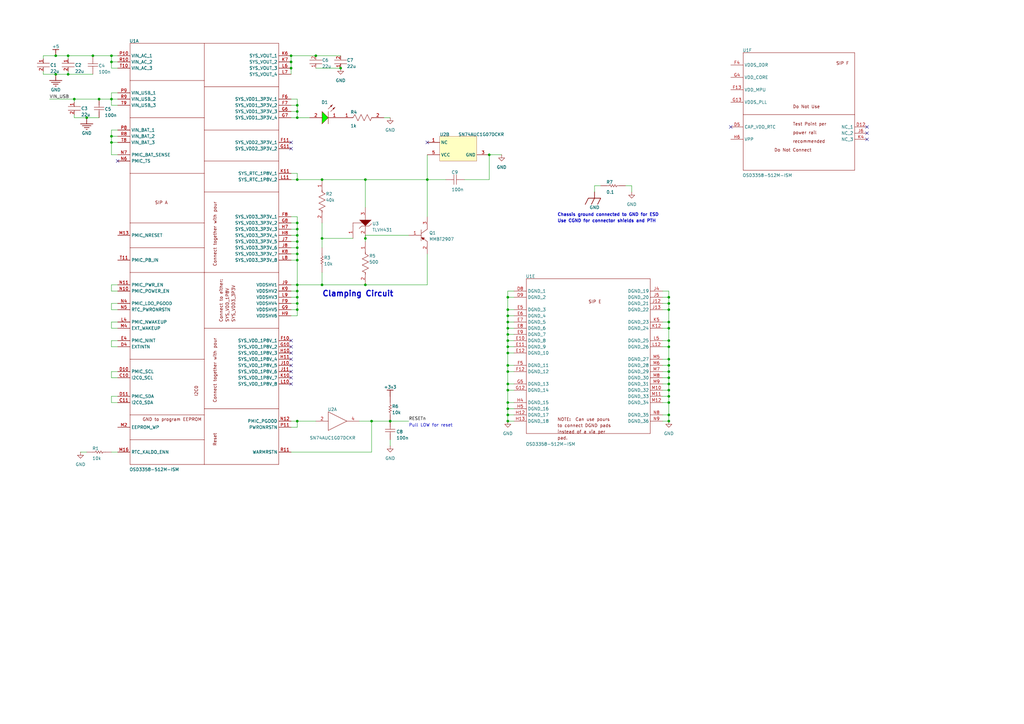
<source format=kicad_sch>
(kicad_sch (version 20231120) (generator "eeschema") (generator_version "8.0")
  (paper "A3")
  (junction (at 45.72 55.88))
  (junction (at 121.92 48.26))
  (junction (at 121.92 91.44))
  (junction (at 22.86 22.86))
  (junction (at 119.38 22.86))
  (junction (at 22.86 30.48))
  (junction (at 208.28 142.24))
  (junction (at 208.28 172.72))
  (junction (at 121.92 101.6))
  (junction (at 274.32 157.48))
  (junction (at 274.32 134.62))
  (junction (at 208.28 139.7))
  (junction (at 132.08 73.66))
  (junction (at 121.92 116.84))
  (junction (at 119.38 27.94))
  (junction (at 121.92 106.68))
  (junction (at 208.28 121.92))
  (junction (at 152.4 172.72))
  (junction (at 45.72 22.86))
  (junction (at 121.92 119.38))
  (junction (at 274.32 149.86))
  (junction (at 208.28 132.08))
  (junction (at 45.72 58.42))
  (junction (at 175.26 73.66))
  (junction (at 208.28 144.78))
  (junction (at 208.28 157.48))
  (junction (at 274.32 165.1))
  (junction (at 274.32 147.32))
  (junction (at 208.28 170.18))
  (junction (at 121.92 121.92))
  (junction (at 119.38 25.4))
  (junction (at 208.28 167.64))
  (junction (at 132.08 116.84))
  (junction (at 274.32 170.18))
  (junction (at 121.92 96.52))
  (junction (at 30.48 40.64))
  (junction (at 274.32 162.56))
  (junction (at 208.28 129.54))
  (junction (at 274.32 172.72))
  (junction (at 274.32 132.08))
  (junction (at 45.72 25.4))
  (junction (at 149.86 73.66))
  (junction (at 121.92 99.06))
  (junction (at 129.54 22.86))
  (junction (at 40.64 40.64))
  (junction (at 208.28 165.1))
  (junction (at 208.28 127))
  (junction (at 121.92 172.72))
  (junction (at 27.94 22.86))
  (junction (at 200.66 63.5))
  (junction (at 35.56 48.26))
  (junction (at 274.32 139.7))
  (junction (at 274.32 142.24))
  (junction (at 208.28 160.02))
  (junction (at 38.1 22.86))
  (junction (at 274.32 124.46))
  (junction (at 208.28 137.16))
  (junction (at 274.32 160.02))
  (junction (at 160.02 172.72))
  (junction (at 121.92 45.72))
  (junction (at 208.28 152.4))
  (junction (at 132.08 97.79))
  (junction (at 121.92 73.66))
  (junction (at 149.86 116.84))
  (junction (at 139.7 27.94))
  (junction (at 27.94 30.48))
  (junction (at 208.28 134.62))
  (junction (at 208.28 149.86))
  (junction (at 274.32 152.4))
  (junction (at 121.92 127))
  (junction (at 274.32 121.92))
  (junction (at 45.72 40.64))
  (junction (at 274.32 154.94))
  (junction (at 121.92 124.46))
  (junction (at 149.86 97.79))
  (junction (at 121.92 43.18))
  (junction (at 274.32 127))
  (junction (at 121.92 104.14))
  (junction (at 121.92 93.98))
  (no_connect (at 355.6 57.15))
  (no_connect (at 299.72 52.07))
  (no_connect (at 119.38 152.4))
  (no_connect (at 48.26 66.04))
  (no_connect (at 355.6 52.07))
  (no_connect (at 119.38 142.24))
  (no_connect (at 119.38 149.86))
  (no_connect (at 119.38 154.94))
  (no_connect (at 119.38 147.32))
  (no_connect (at 119.38 139.7))
  (no_connect (at 119.38 58.42))
  (no_connect (at 175.26 58.42))
  (no_connect (at 119.38 60.96))
  (no_connect (at 119.38 144.78))
  (no_connect (at 119.38 157.48))
  (no_connect (at 355.6 54.61))
  (wire (pts (xy 121.92 91.44) (xy 119.38 91.44)))
  (wire (pts (xy 208.28 132.08) (xy 210.82 132.08)))
  (wire (pts (xy 149.86 85.09) (xy 149.86 73.66)))
  (wire (pts (xy 274.32 152.4) (xy 274.32 149.86)))
  (wire (pts (xy 274.32 134.62) (xy 274.32 132.08)))
  (wire (pts (xy 119.38 172.72) (xy 121.92 172.72)))
  (wire (pts (xy 45.72 132.08) (xy 45.72 134.62)))
  (wire (pts (xy 274.32 124.46) (xy 271.78 124.46)))
  (wire (pts (xy 208.28 142.24) (xy 210.82 142.24)))
  (wire (pts (xy 119.38 25.4) (xy 119.38 22.86)))
  (wire (pts (xy 121.92 45.72) (xy 121.92 48.26)))
  (wire (pts (xy 208.28 144.78) (xy 210.82 144.78)))
  (wire (pts (xy 121.92 116.84) (xy 121.92 119.38)))
  (wire (pts (xy 147.32 172.72) (xy 152.4 172.72)))
  (wire (pts (xy 132.08 97.79) (xy 132.08 101.6)))
  (wire (pts (xy 45.72 43.18) (xy 48.26 43.18)))
  (wire (pts (xy 274.32 139.7) (xy 274.32 134.62)))
  (wire (pts (xy 121.92 48.26) (xy 127 48.26)))
  (wire (pts (xy 274.32 162.56) (xy 274.32 160.02)))
  (wire (pts (xy 160.02 180.34) (xy 160.02 182.88)))
  (wire (pts (xy 48.26 185.42) (xy 45.72 185.42)))
  (wire (pts (xy 274.32 152.4) (xy 271.78 152.4)))
  (wire (pts (xy 208.28 170.18) (xy 210.82 170.18)))
  (wire (pts (xy 243.84 78.74) (xy 243.84 76.2)))
  (wire (pts (xy 208.28 149.86) (xy 208.28 152.4)))
  (wire (pts (xy 121.92 127) (xy 121.92 129.54)))
  (wire (pts (xy 208.28 137.16) (xy 208.28 139.7)))
  (wire (pts (xy 121.92 43.18) (xy 119.38 43.18)))
  (wire (pts (xy 208.28 152.4) (xy 210.82 152.4)))
  (wire (pts (xy 274.32 121.92) (xy 271.78 121.92)))
  (wire (pts (xy 119.38 71.12) (xy 121.92 71.12)))
  (wire (pts (xy 48.26 139.7) (xy 45.72 139.7)))
  (wire (pts (xy 243.84 76.2) (xy 246.38 76.2)))
  (wire (pts (xy 175.26 116.84) (xy 175.26 104.14)))
  (wire (pts (xy 45.72 53.34) (xy 45.72 55.88)))
  (wire (pts (xy 274.32 142.24) (xy 271.78 142.24)))
  (wire (pts (xy 208.28 134.62) (xy 208.28 137.16)))
  (wire (pts (xy 121.92 91.44) (xy 121.92 93.98)))
  (wire (pts (xy 121.92 175.26) (xy 119.38 175.26)))
  (wire (pts (xy 45.72 22.86) (xy 48.26 22.86)))
  (wire (pts (xy 35.56 48.26) (xy 40.64 48.26)))
  (wire (pts (xy 121.92 88.9) (xy 121.92 91.44)))
  (wire (pts (xy 45.72 63.5) (xy 48.26 63.5)))
  (wire (pts (xy 157.48 48.26) (xy 160.02 48.26)))
  (wire (pts (xy 259.08 78.74) (xy 259.08 76.2)))
  (wire (pts (xy 132.08 116.84) (xy 132.08 111.76)))
  (wire (pts (xy 121.92 116.84) (xy 119.38 116.84)))
  (wire (pts (xy 208.28 121.92) (xy 210.82 121.92)))
  (wire (pts (xy 274.32 132.08) (xy 271.78 132.08)))
  (wire (pts (xy 119.38 88.9) (xy 121.92 88.9)))
  (wire (pts (xy 149.86 73.66) (xy 132.08 73.66)))
  (wire (pts (xy 45.72 58.42) (xy 45.72 63.5)))
  (wire (pts (xy 208.28 129.54) (xy 210.82 129.54)))
  (wire (pts (xy 121.92 119.38) (xy 121.92 121.92)))
  (wire (pts (xy 27.94 22.86) (xy 38.1 22.86)))
  (wire (pts (xy 121.92 93.98) (xy 119.38 93.98)))
  (wire (pts (xy 208.28 149.86) (xy 210.82 149.86)))
  (wire (pts (xy 274.32 149.86) (xy 274.32 147.32)))
  (wire (pts (xy 208.28 144.78) (xy 208.28 149.86)))
  (wire (pts (xy 121.92 104.14) (xy 121.92 106.68)))
  (wire (pts (xy 274.32 160.02) (xy 274.32 157.48)))
  (wire (pts (xy 45.72 25.4) (xy 45.72 22.86)))
  (wire (pts (xy 40.64 40.64) (xy 45.72 40.64)))
  (wire (pts (xy 274.32 139.7) (xy 271.78 139.7)))
  (wire (pts (xy 121.92 106.68) (xy 119.38 106.68)))
  (wire (pts (xy 121.92 121.92) (xy 121.92 124.46)))
  (wire (pts (xy 121.92 121.92) (xy 119.38 121.92)))
  (wire (pts (xy 149.86 116.84) (xy 132.08 116.84)))
  (wire (pts (xy 208.28 139.7) (xy 210.82 139.7)))
  (wire (pts (xy 119.38 22.86) (xy 129.54 22.86)))
  (wire (pts (xy 121.92 99.06) (xy 119.38 99.06)))
  (wire (pts (xy 274.32 121.92) (xy 274.32 119.38)))
  (wire (pts (xy 175.26 88.9) (xy 175.26 73.66)))
  (wire (pts (xy 208.28 121.92) (xy 208.28 127)))
  (wire (pts (xy 160.02 172.72) (xy 167.64 172.72)))
  (wire (pts (xy 274.32 142.24) (xy 274.32 139.7)))
  (wire (pts (xy 208.28 142.24) (xy 208.28 144.78)))
  (wire (pts (xy 190.5 73.66) (xy 200.66 73.66)))
  (wire (pts (xy 45.72 55.88) (xy 48.26 55.88)))
  (wire (pts (xy 208.28 160.02) (xy 210.82 160.02)))
  (wire (pts (xy 45.72 116.84) (xy 45.72 119.38)))
  (wire (pts (xy 182.88 73.66) (xy 175.26 73.66)))
  (wire (pts (xy 274.32 157.48) (xy 274.32 154.94)))
  (wire (pts (xy 121.92 104.14) (xy 119.38 104.14)))
  (wire (pts (xy 38.1 30.48) (xy 27.94 30.48)))
  (wire (pts (xy 121.92 40.64) (xy 121.92 43.18)))
  (wire (pts (xy 208.28 170.18) (xy 208.28 172.72)))
  (wire (pts (xy 208.28 167.64) (xy 210.82 167.64)))
  (wire (pts (xy 208.28 134.62) (xy 210.82 134.62)))
  (wire (pts (xy 17.78 30.48) (xy 17.78 29.21)))
  (wire (pts (xy 30.48 41.91) (xy 30.48 40.64)))
  (wire (pts (xy 121.92 71.12) (xy 121.92 73.66)))
  (wire (pts (xy 274.32 172.72) (xy 274.32 170.18)))
  (wire (pts (xy 48.26 124.46) (xy 45.72 124.46)))
  (wire (pts (xy 48.26 132.08) (xy 45.72 132.08)))
  (wire (pts (xy 274.32 127) (xy 271.78 127)))
  (wire (pts (xy 45.72 38.1) (xy 48.26 38.1)))
  (wire (pts (xy 121.92 96.52) (xy 119.38 96.52)))
  (wire (pts (xy 121.92 106.68) (xy 121.92 116.84)))
  (wire (pts (xy 35.56 185.42) (xy 33.02 185.42)))
  (wire (pts (xy 167.64 96.52) (xy 149.86 96.52)))
  (wire (pts (xy 30.48 40.64) (xy 40.64 40.64)))
  (wire (pts (xy 274.32 149.86) (xy 271.78 149.86)))
  (wire (pts (xy 129.54 27.94) (xy 139.7 27.94)))
  (wire (pts (xy 121.92 93.98) (xy 121.92 96.52)))
  (wire (pts (xy 208.28 157.48) (xy 210.82 157.48)))
  (wire (pts (xy 274.32 165.1) (xy 271.78 165.1)))
  (wire (pts (xy 121.92 124.46) (xy 119.38 124.46)))
  (wire (pts (xy 274.32 134.62) (xy 271.78 134.62)))
  (wire (pts (xy 175.26 73.66) (xy 149.86 73.66)))
  (wire (pts (xy 22.86 22.86) (xy 27.94 22.86)))
  (wire (pts (xy 274.32 160.02) (xy 271.78 160.02)))
  (wire (pts (xy 149.86 116.84) (xy 175.26 116.84)))
  (wire (pts (xy 121.92 73.66) (xy 119.38 73.66)))
  (wire (pts (xy 208.28 165.1) (xy 210.82 165.1)))
  (wire (pts (xy 274.32 124.46) (xy 274.32 121.92)))
  (wire (pts (xy 208.28 160.02) (xy 208.28 165.1)))
  (wire (pts (xy 48.26 116.84) (xy 45.72 116.84)))
  (wire (pts (xy 210.82 119.38) (xy 208.28 119.38)))
  (wire (pts (xy 208.28 152.4) (xy 208.28 157.48)))
  (wire (pts (xy 45.72 134.62) (xy 48.26 134.62)))
  (wire (pts (xy 17.78 24.13) (xy 17.78 22.86)))
  (wire (pts (xy 121.92 43.18) (xy 121.92 45.72)))
  (wire (pts (xy 30.48 48.26) (xy 35.56 48.26)))
  (wire (pts (xy 48.26 53.34) (xy 45.72 53.34)))
  (wire (pts (xy 121.92 129.54) (xy 119.38 129.54)))
  (wire (pts (xy 121.92 73.66) (xy 132.08 73.66)))
  (wire (pts (xy 208.28 127) (xy 208.28 129.54)))
  (wire (pts (xy 208.28 157.48) (xy 208.28 160.02)))
  (wire (pts (xy 274.32 157.48) (xy 271.78 157.48)))
  (wire (pts (xy 45.72 55.88) (xy 45.72 58.42)))
  (wire (pts (xy 45.72 40.64) (xy 45.72 43.18)))
  (wire (pts (xy 149.86 97.79) (xy 149.86 99.06)))
  (wire (pts (xy 45.72 25.4) (xy 45.72 27.94)))
  (wire (pts (xy 121.92 172.72) (xy 129.54 172.72)))
  (wire (pts (xy 27.94 30.48) (xy 27.94 29.21)))
  (wire (pts (xy 121.92 45.72) (xy 119.38 45.72)))
  (wire (pts (xy 17.78 30.48) (xy 22.86 30.48)))
  (wire (pts (xy 132.08 91.44) (xy 132.08 97.79)))
  (wire (pts (xy 274.32 165.1) (xy 274.32 162.56)))
  (wire (pts (xy 132.08 116.84) (xy 121.92 116.84)))
  (wire (pts (xy 45.72 139.7) (xy 45.72 142.24)))
  (wire (pts (xy 45.72 154.94) (xy 48.26 154.94)))
  (wire (pts (xy 45.72 27.94) (xy 48.26 27.94)))
  (wire (pts (xy 119.38 27.94) (xy 119.38 25.4)))
  (wire (pts (xy 45.72 165.1) (xy 48.26 165.1)))
  (wire (pts (xy 30.48 46.99) (xy 30.48 48.26)))
  (wire (pts (xy 259.08 76.2) (xy 256.54 76.2)))
  (wire (pts (xy 45.72 124.46) (xy 45.72 127)))
  (wire (pts (xy 45.72 40.64) (xy 48.26 40.64)))
  (wire (pts (xy 45.72 162.56) (xy 45.72 165.1)))
  (wire (pts (xy 274.32 172.72) (xy 271.78 172.72)))
  (wire (pts (xy 48.26 152.4) (xy 45.72 152.4)))
  (wire (pts (xy 208.28 139.7) (xy 208.28 142.24)))
  (wire (pts (xy 45.72 58.42) (xy 48.26 58.42)))
  (wire (pts (xy 45.72 40.64) (xy 45.72 38.1)))
  (wire (pts (xy 160.02 172.72) (xy 152.4 172.72)))
  (wire (pts (xy 274.32 154.94) (xy 274.32 152.4)))
  (wire (pts (xy 119.38 30.48) (xy 119.38 27.94)))
  (wire (pts (xy 17.78 22.86) (xy 22.86 22.86)))
  (wire (pts (xy 175.26 73.66) (xy 175.26 63.5)))
  (wire (pts (xy 208.28 129.54) (xy 208.28 132.08)))
  (wire (pts (xy 45.72 22.86) (xy 38.1 22.86)))
  (wire (pts (xy 20.32 40.64) (xy 30.48 40.64)))
  (wire (pts (xy 121.92 127) (xy 119.38 127)))
  (wire (pts (xy 27.94 24.13) (xy 27.94 22.86)))
  (wire (pts (xy 119.38 40.64) (xy 121.92 40.64)))
  (wire (pts (xy 274.32 162.56) (xy 271.78 162.56)))
  (wire (pts (xy 121.92 124.46) (xy 121.92 127)))
  (wire (pts (xy 274.32 147.32) (xy 274.32 142.24)))
  (wire (pts (xy 45.72 152.4) (xy 45.72 154.94)))
  (wire (pts (xy 121.92 101.6) (xy 121.92 104.14)))
  (wire (pts (xy 208.28 167.64) (xy 208.28 170.18)))
  (wire (pts (xy 274.32 132.08) (xy 274.32 127)))
  (wire (pts (xy 208.28 132.08) (xy 208.28 134.62)))
  (wire (pts (xy 208.28 172.72) (xy 210.82 172.72)))
  (wire (pts (xy 274.32 170.18) (xy 274.32 165.1)))
  (wire (pts (xy 121.92 96.52) (xy 121.92 99.06)))
  (wire (pts (xy 274.32 127) (xy 274.32 124.46)))
  (wire (pts (xy 208.28 127) (xy 210.82 127)))
  (wire (pts (xy 274.32 154.94) (xy 271.78 154.94)))
  (wire (pts (xy 48.26 162.56) (xy 45.72 162.56)))
  (wire (pts (xy 144.78 97.79) (xy 132.08 97.79)))
  (wire (pts (xy 121.92 99.06) (xy 121.92 101.6)))
  (wire (pts (xy 121.92 48.26) (xy 119.38 48.26)))
  (wire (pts (xy 205.74 63.5) (xy 200.66 63.5)))
  (wire (pts (xy 208.28 137.16) (xy 210.82 137.16)))
  (wire (pts (xy 45.72 127) (xy 48.26 127)))
  (wire (pts (xy 121.92 172.72) (xy 121.92 175.26)))
  (wire (pts (xy 45.72 142.24) (xy 48.26 142.24)))
  (wire (pts (xy 45.72 119.38) (xy 48.26 119.38)))
  (wire (pts (xy 200.66 63.5) (xy 200.66 73.66)))
  (wire (pts (xy 149.86 97.79) (xy 149.86 96.52)))
  (wire (pts (xy 129.54 22.86) (xy 139.7 22.86)))
  (wire (pts (xy 22.86 30.48) (xy 27.94 30.48)))
  (wire (pts (xy 208.28 119.38) (xy 208.28 121.92)))
  (wire (pts (xy 274.32 119.38) (xy 271.78 119.38)))
  (wire (pts (xy 274.32 147.32) (xy 271.78 147.32)))
  (wire (pts (xy 274.32 170.18) (xy 271.78 170.18)))
  (wire (pts (xy 121.92 101.6) (xy 119.38 101.6)))
  (wire (pts (xy 208.28 165.1) (xy 208.28 167.64)))
  (wire (pts (xy 152.4 185.42) (xy 119.38 185.42)))
  (wire (pts (xy 121.92 119.38) (xy 119.38 119.38)))
  (wire (pts (xy 48.26 25.4) (xy 45.72 25.4)))
  (wire (pts (xy 152.4 172.72) (xy 152.4 185.42)))
  (text "Use CGND for connector shields and PTH" (at 228.6 91.44 0) (effects (font (size 1.27 1.27) (thickness 0.254) (bold yes)) (justify left bottom)))
  (text "Chassis ground connected to GND for ESD" (at 228.6 88.9 0) (effects (font (size 1.27 1.27) (thickness 0.254) (bold yes)) (justify left bottom)))
  (text "Clamping Circuit" (at 132.08 121.92 0) (effects (font (size 2.286 2.286) (thickness 0.4572) (bold yes)) (justify left bottom)))
  (text "Pull LOW for reset" (at 167.64 175.26 0) (effects (font (size 1.27 1.27)) (justify left bottom)))
  (label "RESETn" (at 167.64 172.72 0))
  (label "VIN_USB" (at 20.32 40.64 0))
  (symbol (lib_id "power:GND") (at 160.02 48.26 0) (unit 1)
    (property "Reference" "#PWR06" (effects (hide yes)))
    (property "Value" "GND" (at 160.02 53.34 0))
    (property "Description" "Power symbol creates a global label with name \"GND\" , ground" (effects (hide yes)))
  )
  (symbol (lib_id "OSD3358-altium-import:root_0_11868f565c42a9108669ba33697ecf6") (at 17.78 24.13 0) (unit 1)
    (property "Reference" "C1" (at 20.574 27.432 0) (effects (justify left bottom)))
    (property "Value" "22u" (at 20.574 29.972 0) (effects (justify left bottom)))
    (property "Footprint" "FP-GRM188-0_2-IPC_C" (effects (hide yes)))
    (property "Description" "Chip Multilayer Ceramic Capacitors for General Purpose, 0603, 22uF, X5R, 15%, 20%, 10V" (effects (hide yes)))
    (property "TOLERANCE" "20%" (effects (hide yes)))
    (property "WEIGHT" "0.000222oz" (effects (hide yes)))
    (property "MATERIAL" "Ceramic" (effects (hide yes)))
    (property "DEPTH" "0.8mm" (effects (hide yes)))
    (property "LENGTH" "1.6mm" (effects (hide yes)))
    (property "TERMINATION" "SMD/SMT" (effects (hide yes)))
    (property "CAPACITANCE" "22uF" (effects (hide yes)))
    (property "PACKAGING" "Tape and Reel" (effects (hide yes)))
    (property "WIDTH" "0.8mm" (effects (hide yes)))
    (property "VOLTAGE RATING" "10V" (effects (hide yes)))
    (property "CASE CODE (IMPERIAL)" "0603" (effects (hide yes)))
    (property "MOUNT" "Surface Mount" (effects (hide yes)))
    (property "VOLTAGE RATING (DC)" "10V" (effects (hide yes)))
    (property "CASE/PACKAGE" "0603" (effects (hide yes)))
    (property "THICKNESS" "0.039inch" (effects (hide yes)))
    (property "REACH SVHC" "No SVHC" (effects (hide yes)))
    (property "DIELECTRIC" "X5R" (effects (hide yes)))
    (property "HEIGHT" "0.8mm" (effects (hide yes)))
    (property "PACKAGE QUANTITY" "4000" (effects (hide yes)))
    (property "CASE CODE (METRIC)" "1608" (effects (hide yes)))
    (property "MIN OPERATING TEMPERATURE" "-55°C" (effects (hide yes)))
    (property "LEAD FREE" "Lead Free" (effects (hide yes)))
    (property "MAX OPERATING TEMPERATURE" "85°C" (effects (hide yes)))
  )
  (symbol (lib_id "OSD3358-altium-import:root_0_11868f565c42a9108669ba33697ecf6") (at 30.48 41.91 0) (unit 1)
    (property "Reference" "C3" (at 33.274 45.212 0) (effects (justify left bottom)))
    (property "Value" "22u" (at 33.274 47.752 0) (effects (justify left bottom)))
    (property "Footprint" "FP-GRM188-0_2-IPC_C" (effects (hide yes)))
    (property "Description" "Chip Multilayer Ceramic Capacitors for General Purpose, 0603, 22uF, X5R, 15%, 20%, 10V" (effects (hide yes)))
    (property "TOLERANCE" "20%" (effects (hide yes)))
    (property "WEIGHT" "0.000222oz" (effects (hide yes)))
    (property "MATERIAL" "Ceramic" (effects (hide yes)))
    (property "DEPTH" "0.8mm" (effects (hide yes)))
    (property "LENGTH" "1.6mm" (effects (hide yes)))
    (property "TERMINATION" "SMD/SMT" (effects (hide yes)))
    (property "CAPACITANCE" "22uF" (effects (hide yes)))
    (property "PACKAGING" "Tape and Reel" (effects (hide yes)))
    (property "WIDTH" "0.8mm" (effects (hide yes)))
    (property "VOLTAGE RATING" "10V" (effects (hide yes)))
    (property "CASE CODE (IMPERIAL)" "0603" (effects (hide yes)))
    (property "MOUNT" "Surface Mount" (effects (hide yes)))
    (property "VOLTAGE RATING (DC)" "10V" (effects (hide yes)))
    (property "CASE/PACKAGE" "0603" (effects (hide yes)))
    (property "THICKNESS" "0.039inch" (effects (hide yes)))
    (property "REACH SVHC" "No SVHC" (effects (hide yes)))
    (property "DIELECTRIC" "X5R" (effects (hide yes)))
    (property "HEIGHT" "0.8mm" (effects (hide yes)))
    (property "PACKAGE QUANTITY" "4000" (effects (hide yes)))
    (property "CASE CODE (METRIC)" "1608" (effects (hide yes)))
    (property "MIN OPERATING TEMPERATURE" "-55°C" (effects (hide yes)))
    (property "LEAD FREE" "Lead Free" (effects (hide yes)))
    (property "MAX OPERATING TEMPERATURE" "85°C" (effects (hide yes)))
  )
  (symbol (lib_id "power:GND") (at 139.7 27.94 0) (unit 1)
    (property "Reference" "#PWR05" (effects (hide yes)))
    (property "Value" "GND" (at 139.7 33.02 0))
    (property "Description" "Power symbol creates a global label with name \"GND\" , ground" (effects (hide yes)))
  )
  (symbol (lib_id "OSD3358-altium-import:root_3_TI-TLVH431ADBZ3") (at 152.4 90.17 0) (unit 1)
    (property "Reference" "U3" (at 152.654 92.456 0) (effects (justify left bottom)))
    (property "Value" "TLVH431" (at 152.654 94.996 0) (effects (justify left bottom)))
    (property "Footprint" "DBZ0003A_N" (effects (hide yes)))
    (property "Description" "Low-Voltage Adjustable Precision Shunt Regulator, 80 mA, -40 to 125 degC, 3-pin SOT-23 (DBZ), Green (RoHS & no Sb/Br)" (effects (hide yes)))
    (property "ECO-PLAN" "Green (RoHS & no Sb/Br)" (effects (hide yes)))
    (property "SUBFAMILY" "Shunt Voltage Reference" (effects (hide yes)))
    (property "VO ADJ(MAX)(V)" "18" (effects (hide yes)))
    (property "PACKAGEDESCRIPTION" "3-Pin Plastic Small Outline, Body 2.92 x 1.3 mm, Pitch 0.95 mm" (effects (hide yes)))
    (property "MOUNTING TECHNOLOGY" "Surface Mount" (effects (hide yes)))
    (property "COMPONENTLINK3DESCRIPTION" "Package Specification" (effects (hide yes)))
    (property "MIN IZ FOR REGULATION(UA)" "80" (effects (hide yes)))
    (property "RATING" "Catalog" (effects (hide yes)))
    (property "DATASHEETVERSION" "SLVS555I" (effects (hide yes)))
    (property "INITIAL ACCURACY @ 25/DEG C(%)" "1" (effects (hide yes)))
    (property "COMPONENTLINK3URL" "http://www.ti.com/litv/pdf/mpds108a" (effects (hide yes)))
    (property "MANUFACTURER" "Texas Instruments" (effects (hide yes)))
    (property "COMPONENTLINK1DESCRIPTION" "Manufacturer URL" (effects (hide yes)))
    (property "PARTNUMBER" "TLVH431AQDBZR" (effects (hide yes)))
    (property "IOUT/IZ(MAX)(MA)" "80" (effects (hide yes)))
    (property "COMPONENTLINK1URL" "http://www.ti.com/" (effects (hide yes)))
    (property "CODE_JEDEC" "TO-236" (effects (hide yes)))
    (property "PACKAGEREFERENCE" "DBZ0003A" (effects (hide yes)))
    (property "TEMP COEFF(MAX)(PPM/ DEGREE C)" "129" (effects (hide yes)))
    (property "COMPONENTLINK2URL" "http://www.ti.com/general/docs/lit/getliterature.tsp?genericPartNumber=TLVH431A&fileType=pdf" (effects (hide yes)))
    (property "COMPONENTLINK2DESCRIPTION" "Datasheet" (effects (hide yes)))
    (property "PACKAGEVERSION" "4203227/B" (effects (hide yes)))
    (property "VO ADJ(MIN)(V)" "1.24" (effects (hide yes)))
  )
  (symbol (lib_id "OSD3358-altium-import:root_1_CAP_0") (at 157.48 177.8 0) (unit 1)
    (property "Reference" "C8" (at 162.56 177.8 0) (effects (justify left bottom)))
    (property "Value" "100n" (at 162.56 180.34 0) (effects (justify left bottom)))
    (property "Footprint" "CAPC0603X33X15LL03T05" (effects (hide yes)))
    (property "PART NUMBER" "02016D104KAT2A" (effects (hide yes)))
    (property "MANUFACTURER" "AVX Interconnect / Elco" (effects (hide yes)))
  )
  (symbol (lib_id "OSD3358-altium-import:root_0_TI-SN74XXX1G07-5") (at 180.34 55.88 0) (unit 2)
    (property "Reference" "U2" (at 180.34 55.88 0) (effects (justify left bottom)))
    (property "Value" "SN74AUC1G07DCKR" (at 187.96 55.88 0) (effects (justify left bottom)))
    (property "Footprint" "DCK0005A_N" (effects (hide yes)))
    (property "Description" "Single Buffer/Driver With Open-Drain Output, DCK0005A, LARGE T&R" (effects (hide yes)))
    (property "F @ NOM VOLTAGE(MAX)(MHZ)" "250" (effects (hide yes)))
    (property "VCC(MAX)(V)" "2.7" (effects (hide yes)))
    (property "OUTPUT TYPE" "CMOS" (effects (hide yes)))
    (property "PACKAGEREFERENCE" "DCK0005A" (effects (hide yes)))
    (property "VCC(MIN)(V)" "0.8" (effects (hide yes)))
    (property "TPD @ NOM VOLTAGE(MAX)(NS)" "4.7,3.3,2.4,2.3,1.8" (effects (hide yes)))
    (property "ICC @ NOM VOLTAGE(MAX)(MA)" "0.01" (effects (hide yes)))
    (property "INPUT TYPE" "CMOS" (effects (hide yes)))
    (property "OPERATING TEMPERATURE RANGE(C)" "-40 to 85" (effects (hide yes)))
    (property "SUB-FAMILY" "Non-Inverting Buffer/Driver" (effects (hide yes)))
    (property "BITS(#)" "1" (effects (hide yes)))
    (property "3-STATE OUTPUT" "No" (effects (hide yes)))
    (property "SCHMITT TRIGGER" "No" (effects (hide yes)))
    (property "LOGIC" "True" (effects (hide yes)))
    (property "GENERIC PART NUMBER" "SN74AUC1G07" (effects (hide yes)))
    (property "RATING" "Catalog" (effects (hide yes)))
    (property "VOLTAGE(NOM)(V)" "0.8,1.2,1.5,1.8,2.5" (effects (hide yes)))
    (property "OUTPUT DRIVE (IOL/IOH)(MAX)(MA)" "9/-9" (effects (hide yes)))
    (property "TECHNOLOGY FAMILY" "AUC" (effects (hide yes)))
    (property "DATASHEETVERSION" "SCES373Q" (effects (hide yes)))
    (property "MANUFACTURER" "Texas Instruments" (effects (hide yes)))
  )
  (symbol (lib_id "OSD3358-altium-import:+5_BAR") (at 22.86 22.86 180) (unit 1)
    (property "Reference" "#PWR01" (effects (hide yes)))
    (property "Value" "+5" (at 22.86 19.05 0))
  )
  (symbol (lib_id "OSD3358-altium-import:root_2_CAP_0") (at 187.96 76.2 0) (unit 1)
    (property "Reference" "C9" (at 185.166 71.374 0) (effects (justify left bottom)))
    (property "Value" "100n" (at 185.166 78.486 0) (effects (justify left bottom)))
    (property "Footprint" "CAPC0603X33X15LL03T05" (effects (hide yes)))
    (property "PART NUMBER" "02016D104KAT2A" (effects (hide yes)))
    (property "MANUFACTURER" "AVX Interconnect / Elco" (effects (hide yes)))
  )
  (symbol (lib_id "OSD3358-altium-import:root_0_OSD3358-512M-ISM") (at 215.9 177.8 0) (unit 5)
    (property "Reference" "U1" (at 215.646 114.046 0) (effects (justify left bottom)))
    (property "Value" "OSD3358-512M-ISM" (at 215.646 182.88 0) (effects (justify left bottom)))
    (property "Footprint" "OSD335X-BGA-256" (effects (hide yes)))
    (property "Description" "OSD3358-512M-ISM SoM" (effects (hide yes)))
    (property "PACKAGE" "BGA-400 Octavo Systems" (effects (hide yes)))
    (property "SOURCE" "OSD3358-512M-ISM.SchLib" (effects (hide yes)))
    (property "ALTIUM_VALUE" "*" (effects (hide yes)))
    (property "MOUSER-PURCHASE-URL" "https://snapeda.com/shop?store=Mouser&id=2754256" (effects (hide yes)))
    (property "PRICE" "None" (effects (hide yes)))
    (property "DESIGN ITEM ID" "OSD3358-512M-ISM" (effects (hide yes)))
    (property "MF" "Octavo Systems" (effects (hide yes)))
    (property "DIGIKEY-PURCHASE-URL" "https://snapeda.com/shop?store=DigiKey&id=2754256" (effects (hide yes)))
    (property "PIN COUNT" "256" (effects (hide yes)))
    (property "SNAPEDA_LINK" "https://www.snapeda.com/parts/OSD3358-512M-ISM/Octavo%20Systems%20LLC/view-part/2754256/?ref=snap" (effects (hide yes)))
    (property "MP" "OSD3358-512M-ISM" (effects (hide yes)))
    (property "AVAILABILITY" "Warning" (effects (hide yes)))
    (property "COMPONENT TYPE" "Standard" (effects (hide yes)))
  )
  (symbol (lib_id "power:GND") (at 274.32 172.72 0) (unit 1)
    (property "Reference" "#PWR013" (effects (hide yes)))
    (property "Value" "GND" (at 274.32 177.8 0))
    (property "Description" "Power symbol creates a global label with name \"GND\" , ground" (effects (hide yes)))
  )
  (symbol (lib_id "OSD3358-altium-import:root_0_OSD3358-512M-ISM") (at 304.8 69.85 0) (unit 6)
    (property "Reference" "U1" (at 304.546 21.336 0) (effects (justify left bottom)))
    (property "Value" "OSD3358-512M-ISM" (at 304.546 72.644 0) (effects (justify left bottom)))
    (property "Footprint" "OSD335X-BGA-256" (effects (hide yes)))
    (property "Description" "OSD3358-512M-ISM SoM" (effects (hide yes)))
    (property "PACKAGE" "BGA-400 Octavo Systems" (effects (hide yes)))
    (property "SOURCE" "OSD3358-512M-ISM.SchLib" (effects (hide yes)))
    (property "ALTIUM_VALUE" "*" (effects (hide yes)))
    (property "MOUSER-PURCHASE-URL" "https://snapeda.com/shop?store=Mouser&id=2754256" (effects (hide yes)))
    (property "PRICE" "None" (effects (hide yes)))
    (property "DESIGN ITEM ID" "OSD3358-512M-ISM" (effects (hide yes)))
    (property "MF" "Octavo Systems" (effects (hide yes)))
    (property "DIGIKEY-PURCHASE-URL" "https://snapeda.com/shop?store=DigiKey&id=2754256" (effects (hide yes)))
    (property "PIN COUNT" "256" (effects (hide yes)))
    (property "SNAPEDA_LINK" "https://www.snapeda.com/parts/OSD3358-512M-ISM/Octavo%20Systems%20LLC/view-part/2754256/?ref=snap" (effects (hide yes)))
    (property "MP" "OSD3358-512M-ISM" (effects (hide yes)))
    (property "AVAILABILITY" "Warning" (effects (hide yes)))
    (property "COMPONENT TYPE" "Standard" (effects (hide yes)))
  )
  (symbol (lib_id "OSD3358-altium-import:GND_POWER_GROUND") (at 22.86 30.48 0) (unit 1)
    (property "Reference" "#PWR02" (effects (hide yes)))
    (property "Value" "GND" (at 22.86 36.83 0))
  )
  (symbol (lib_id "OSD3358-altium-import:root_0_LED_Green_2A-1K") (at 127 48.26 0) (unit 1)
    (property "Reference" "D1" (at 131.826 42.672 0) (effects (justify left bottom)))
    (property "Value" "150060GS75000" (effects (hide yes)))
    (property "Footprint" "WL-SMCW_0603_150060xx75000" (effects (hide yes)))
    (property "COLOR" "Green" (effects (hide yes)))
    (property "POWER DISSIPATION" "105mW" (effects (hide yes)))
    (property "PEAK WAVELENGTH" "515nm" (effects (hide yes)))
    (property "VIEWING ANGLE" "140°" (effects (hide yes)))
    (property "MOUNT" "Surface Mount" (effects (hide yes)))
    (property "TEST CURRENT" "20mA" (effects (hide yes)))
    (property "HEIGHT" "700µm" (effects (hide yes)))
    (property "LEAD FREE" "Lead Free" (effects (hide yes)))
    (property "WAVELENGTH" "520nm" (effects (hide yes)))
    (property "MIN OPERATING TEMPERATURE" "-40°C" (effects (hide yes)))
    (property "MAX OPERATING TEMPERATURE" "85°C" (effects (hide yes)))
    (property "LENS STYLE" "Clear, Rectangular" (effects (hide yes)))
    (property "MAX JUNCTION TEMPERATURE (TJ)" "95°C" (effects (hide yes)))
    (property "LUMINOUS INTENSITY" "430mcd" (effects (hide yes)))
    (property "OUTPUT CURRENT" "10µA" (effects (hide yes)))
    (property "MAX REVERSE VOLTAGE (DC)" "5V" (effects (hide yes)))
    (property "LENGTH" "1.6mm" (effects (hide yes)))
    (property "WIDTH" "800µm" (effects (hide yes)))
    (property "FORWARD VOLTAGE" "3.2V" (effects (hide yes)))
    (property "CASE/PACKAGE" "0603" (effects (hide yes)))
    (property "CASE CODE (IMPERIAL)" "0603" (effects (hide yes)))
    (property "DOMINANT WAVELENGTH" "525nm" (effects (hide yes)))
    (property "CASE CODE (METRIC)" "1608" (effects (hide yes)))
    (property "PACKAGING" "Tape and Reel" (effects (hide yes)))
    (property "REVERSE VOLTAGE" "5V" (effects (hide yes)))
    (property "REACH SVHC" "Unknown" (effects (hide yes)))
    (property "NEXARPARTID" "29687084" (effects (hide yes)))
    (property "ROHS" "Compliant" (effects (hide yes)))
    (property "FORWARD CURRENT" "100mA" (effects (hide yes)))
  )
  (symbol (lib_id "OSD3358-altium-import:root_1_RES-2") (at 160.02 170.18 0) (unit 1)
    (property "Reference" "R6" (at 160.782 167.386 0) (effects (justify left bottom)))
    (property "Value" "10k" (at 160.782 169.926 0) (effects (justify left bottom)))
    (property "Footprint" "RESC1005X40X25LL05T05" (effects (hide yes)))
    (property "Description" "Chip Resistor, 10 KOhm, +/- 1%, 0.1 W, -55 to 155 degC, 0402 (1005 Metric), RoHS, Tape and Reel" (effects (hide yes)))
    (property "ROHSCOMPLIANT" "True" (effects (hide yes)))
    (property "LEAD FREE" "LeadFree" (effects (hide yes)))
    (property "PACKAGE QUANTITY" "1" (effects (hide yes)))
    (property "CONTACT PLATING" "Tin" (effects (hide yes)))
    (property "POWER RATING" "100mW" (effects (hide yes)))
    (property "VOLTAGE RATING" "50V" (effects (hide yes)))
    (property "RESISTANCE" "10KOhm" (effects (hide yes)))
    (property "LENGTH" "1mm" (effects (hide yes)))
    (property "RADIATION HARDENING" "No" (effects (hide yes)))
    (property "REACH SVHC" "NoSVHC" (effects (hide yes)))
    (property "MAX OPERATING TEMPERATURE" "155degC" (effects (hide yes)))
    (property "DEPTH" "0.5mm" (effects (hide yes)))
    (property "CASE CODE (IMPERIAL)" "0402" (effects (hide yes)))
    (property "MILITARY STANDARD" "Not" (effects (hide yes)))
    (property "PACKAGE DESCRIPTION" "2-Pin Surface Mount Device, Body 1 x 0.5 mm" (effects (hide yes)))
    (property "TERMINATION" "SMD/SMT" (effects (hide yes)))
    (property "CASE CODE (METRIC)" "1005" (effects (hide yes)))
    (property "HEIGHT" "0.35mm" (effects (hide yes)))
    (property "PACKAGING" "TapeandReel" (effects (hide yes)))
    (property "VOLTAGE RATING (DC)" "50V" (effects (hide yes)))
    (property "PACKAGE REFERENCE" "402" (effects (hide yes)))
    (property "NUMBER OF PINS" "2" (effects (hide yes)))
    (property "TOLERANCE" "1%" (effects (hide yes)))
    (property "MOUNTING TECHNOLOGY" "SurfaceMount" (effects (hide yes)))
    (property "CAS~{E}/PACKAGE" "0402" (effects (hide yes)))
    (property "WIDTH" "0.02inch" (effects (hide yes)))
    (property "MOUNT" "SurfaceMount" (effects (hide yes)))
    (property "DATASHEET URL" "https://industrial.panasonic.com/cdbs/www-data/pdf/RDA0000/AOA0000C304.pdf" (effects (hide yes)))
    (property "COMPOSITION" "ThickFilm" (effects (hide yes)))
    (property "MANUFACTURER" "Panasonic" (effects (hide yes)))
    (property "DATASHEET VERSION" "02/2017" (effects (hide yes)))
    (property "MANUFACTURER URL" "http://www.panasonic.com/" (effects (hide yes)))
    (property "MAX POWER DISSIPATION" "100mW" (effects (hide yes)))
    (property "TEMPERATURE COEFFICIENT" "100pp~{m}/degreesC" (effects (hide yes)))
    (property "NUMBER OF TERMINATIONS" "2" (effects (hide yes)))
    (property "MIN OPERATING TEMPERATURE" "-55degC" (effects (hide yes)))
  )
  (symbol (lib_id "power:GND") (at 160.02 182.88 0) (unit 1)
    (property "Reference" "#PWR08" (effects (hide yes)))
    (property "Value" "GND" (at 160.02 187.96 0))
    (property "Description" "Power symbol creates a global label with name \"GND\" , ground" (effects (hide yes)))
  )
  (symbol (lib_id "OSD3358-altium-import:root_0_ONSC-PNP-B1E2C3-3") (at 172.72 93.98 0) (unit 1)
    (property "Reference" "Q1" (at 176.022 96.266 0) (effects (justify left bottom)))
    (property "Value" "MMBT2907" (at 176.022 98.806 0) (effects (justify left bottom)))
    (property "Footprint" "ONSC-SC-70-3-419-04_V" (effects (hide yes)))
    (property "Description" "General Purpose Transistor, PNP Silicon, 3-Pin SC70, Pb-Free, Tape and Reel" (effects (hide yes)))
    (property "MOUNTING TECHNOLOGY" "Surface Mount" (effects (hide yes)))
    (property "PACKAGEVERSION" "Rev. N, 11/2008" (effects (hide yes)))
    (property "FT MIN (MHZ)" "200" (effects (hide yes)))
    (property "POLARITY" "PNP" (effects (hide yes)))
    (property "MANUFACTURER" "On Semiconductor" (effects (hide yes)))
    (property "DATASHEETVERSION" "Rev. 6" (effects (hide yes)))
    (property "COMPONENTLINK2DESCRIPTION" "Datasheet" (effects (hide yes)))
    (property "PACKING" "Tape and Reel" (effects (hide yes)))
    (property "COMPONENTLINK1URL" "http://www.onsemi.com/" (effects (hide yes)))
    (property "PARTNUMBER" "MMBT2907AWT1G" (effects (hide yes)))
    (property "IC CONTINUOUS (A)" "-0.6" (effects (hide yes)))
    (property "COMPONENTLINK3DESCRIPTION" "Package Specification" (effects (hide yes)))
    (property "COMPONENTLINK1DESCRIPTION" "Manufacturer URL" (effects (hide yes)))
    (property "COMPONENTLINK2URL" "http://www.onsemi.cn/pub_link/Collateral/MMBT2907AWT1-D.PDF" (effects (hide yes)))
    (property "COMPONENTLINK3URL" "http://www.onsemi.cn/pub_link/Collateral/419-04.PDF" (effects (hide yes)))
    (property "PACKAGEREFERENCE" "SC-70-3-419-04" (effects (hide yes)))
    (property "ROHS" "TRUE" (effects (hide yes)))
    (property "PACKAGEDESCRIPTION" "3-Pin Small Outline Transistor, Body 2 x 1.25 mm, Pitch 0.65 mm" (effects (hide yes)))
  )
  (symbol (lib_id "OSD3358-altium-import:root_0_1029c3af85768c4190bb7ad29bc67b5") (at 139.7 48.26 0) (unit 1)
    (property "Reference" "R4" (at 143.764 46.736 0) (effects (justify left bottom)))
    (property "Value" "1k" (at 143.764 52.324 0) (effects (justify left bottom)))
    (property "Footprint" "FP-CRCW0603-e3-MFG" (effects (hide yes)))
    (property "Description" "RES Thick Film, 1kΩ, 1%, 0.1W, 100ppm/°C, 0603" (effects (hide yes)))
    (property "MAX OPERATING TEMPERATURE" "155°C" (effects (hide yes)))
    (property "NUMBER OF PINS" "2" (effects (hide yes)))
    (property "CASE CODE (IMPERIAL)" "0603" (effects (hide yes)))
    (property "MAX POWER DISSIPATION" "100mW" (effects (hide yes)))
    (property "WIDTH" "0.033inch" (effects (hide yes)))
    (property "POWER RATING" "100mW" (effects (hide yes)))
    (property "NUMBER OF TERMINATIONS" "2" (effects (hide yes)))
    (property "PACKAGE QUANTITY" "10" (effects (hide yes)))
    (property "WEIGHT" "7.1E-05oz" (effects (hide yes)))
    (property "VOLTAGE RATING" "75V" (effects (hide yes)))
    (property "TOLERANCE" "1%" (effects (hide yes)))
    (property "TEMPERATURE COEFFICIENT" "100ppm/°C" (effects (hide yes)))
    (property "MILITARY STANDARD" "Not" (effects (hide yes)))
    (property "MOUNT" "Surface Mount" (effects (hide yes)))
    (property "VOLTAGE RATING (DC)" "75V" (effects (hide yes)))
    (property "DEPTH" "0.85mm" (effects (hide yes)))
    (property "COMPOSITION" "Thick Film" (effects (hide yes)))
    (property "RADIATION HARDENING" "No" (effects (hide yes)))
    (property "TERMINATION" "SMD/SMT" (effects (hide yes)))
    (property "RESISTANCE" "1kR" (effects (hide yes)))
    (property "LENGTH" "1.55mm" (effects (hide yes)))
    (property "CASE CODE (METRIC)" "1608" (effects (hide yes)))
    (property "CONTACT PLATING" "Tin" (effects (hide yes)))
    (property "MIN OPERATING TEMPERATURE" "-55°C" (effects (hide yes)))
    (property "PACKAGING" "Tape and Reel" (effects (hide yes)))
    (property "HEIGHT" "0.45mm" (effects (hide yes)))
    (property "LEAD FREE" "Lead Free" (effects (hide yes)))
    (property "CASE/PACKAGE" "0603" (effects (hide yes)))
    (property "FEATURES" "Automotive AEC-Q200" (effects (hide yes)))
  )
  (symbol (lib_id "OSD3358-altium-import:root_3_1029c3af85768c4190bb7ad29bc67b5") (at 149.86 99.06 0) (unit 1)
    (property "Reference" "R5" (at 151.384 105.664 0) (effects (justify left bottom)))
    (property "Value" "500" (at 151.384 108.204 0) (effects (justify left bottom)))
    (property "Footprint" "FP-PNM0402-MFG" (effects (hide yes)))
    (property "Description" "RES SMD 500 OHM 0.1% 1/20W 0402" (effects (hide yes)))
    (property "WIDTH" "0.022inch" (effects (hide yes)))
    (property "LENGTH" "0.042inch" (effects (hide yes)))
    (property "TOLERANCE" "0.1%" (effects (hide yes)))
    (property "LEAD FREE" "Lead Free" (effects (hide yes)))
    (property "HEIGHT" "0.033inch" (effects (hide yes)))
    (property "CASE CODE (METRIC)" "1005" (effects (hide yes)))
    (property "FEATURES" "Moisture Resistant" (effects (hide yes)))
    (property "TEMPERATURE COEFFICIENT" "25ppm/°C" (effects (hide yes)))
    (property "MAX POWER DISSIPATION" "50mW" (effects (hide yes)))
    (property "CASE CODE (IMPERIAL)" "0402" (effects (hide yes)))
    (property "MAX OPERATING TEMPERATURE" "155°C" (effects (hide yes)))
    (property "CASE/PACKAGE" "0402" (effects (hide yes)))
    (property "MIN OPERATING TEMPERATURE" "-55°C" (effects (hide yes)))
    (property "PACKAGE QUANTITY" "1000" (effects (hide yes)))
    (property "ROHS COMPLIANT" "Yes" (effects (hide yes)))
    (property "PACKAGING" "Tape and Reel" (effects (hide yes)))
    (property "RESISTANCE" "500R" (effects (hide yes)))
    (property "RESISTOR TYPE" "Thin Film" (effects (hide yes)))
    (property "NUMBER OF TERMINATIONS" "2" (effects (hide yes)))
  )
  (symbol (lib_id "OSD3358-altium-import:GND_POWER_GROUND") (at 35.56 48.26 0) (unit 1)
    (property "Reference" "#PWR04" (effects (hide yes)))
    (property "Value" "GND" (at 35.56 54.61 0))
  )
  (symbol (lib_id "power:GND") (at 259.08 78.74 0) (unit 1)
    (property "Reference" "#PWR012" (effects (hide yes)))
    (property "Value" "GND" (at 259.08 83.82 0))
    (property "Description" "Power symbol creates a global label with name \"GND\" , ground" (effects (hide yes)))
  )
  (symbol (lib_id "power:GND") (at 33.02 185.42 0) (unit 1)
    (property "Reference" "#PWR03" (effects (hide yes)))
    (property "Value" "GND" (at 33.02 190.5 0))
    (property "Description" "Power symbol creates a global label with name \"GND\" , ground" (effects (hide yes)))
  )
  (symbol (lib_id "OSD3358-altium-import:root_3_RES_0") (at 134.62 104.14 0) (unit 1)
    (property "Reference" "R3" (at 132.842 106.426 0) (effects (justify left bottom)))
    (property "Value" "10k" (at 132.842 108.966 0) (effects (justify left bottom)))
    (property "Footprint" "RESC1005X40X25ML05T10" (effects (hide yes)))
    (property "PART NUMBER" "CRCW040210K0FKEDHP" (effects (hide yes)))
    (property "MANUFACTURER" "Vishay Dale" (effects (hide yes)))
  )
  (symbol (lib_id "OSD3358-altium-import:GND_EARTH") (at 243.84 78.74 0) (unit 1)
    (property "Reference" "#PWR011" (effects (hide yes)))
    (property "Value" "GND" (at 243.84 85.09 0))
  )
  (symbol (lib_id "OSD3358-altium-import:root_0_TI-SN74XXX1G07-5") (at 134.62 167.64 0) (unit 1)
    (property "Reference" "U2" (at 134.366 168.656 0) (effects (justify left bottom)))
    (property "Value" "SN74AUC1G07DCKR" (at 127 180.34 0) (effects (justify left bottom)))
    (property "Footprint" "DCK0005A_N" (effects (hide yes)))
    (property "Description" "Single Buffer/Driver With Open-Drain Output, DCK0005A, LARGE T&R" (effects (hide yes)))
    (property "F @ NOM VOLTAGE(MAX)(MHZ)" "250" (effects (hide yes)))
    (property "VCC(MAX)(V)" "2.7" (effects (hide yes)))
    (property "OUTPUT TYPE" "CMOS" (effects (hide yes)))
    (property "PACKAGEREFERENCE" "DCK0005A" (effects (hide yes)))
    (property "VCC(MIN)(V)" "0.8" (effects (hide yes)))
    (property "TPD @ NOM VOLTAGE(MAX)(NS)" "4.7,3.3,2.4,2.3,1.8" (effects (hide yes)))
    (property "ICC @ NOM VOLTAGE(MAX)(MA)" "0.01" (effects (hide yes)))
    (property "INPUT TYPE" "CMOS" (effects (hide yes)))
    (property "OPERATING TEMPERATURE RANGE(C)" "-40 to 85" (effects (hide yes)))
    (property "SUB-FAMILY" "Non-Inverting Buffer/Driver" (effects (hide yes)))
    (property "BITS(#)" "1" (effects (hide yes)))
    (property "3-STATE OUTPUT" "No" (effects (hide yes)))
    (property "SCHMITT TRIGGER" "No" (effects (hide yes)))
    (property "LOGIC" "True" (effects (hide yes)))
    (property "GENERIC PART NUMBER" "SN74AUC1G07" (effects (hide yes)))
    (property "RATING" "Catalog" (effects (hide yes)))
    (property "VOLTAGE(NOM)(V)" "0.8,1.2,1.5,1.8,2.5" (effects (hide yes)))
    (property "OUTPUT DRIVE (IOL/IOH)(MAX)(MA)" "9/-9" (effects (hide yes)))
    (property "TECHNOLOGY FAMILY" "AUC" (effects (hide yes)))
    (property "DATASHEETVERSION" "SCES373Q" (effects (hide yes)))
    (property "MANUFACTURER" "Texas Instruments" (effects (hide yes)))
  )
  (symbol (lib_id "OSD3358-altium-import:+3v3_BAR") (at 160.02 162.56 180) (unit 1)
    (property "Reference" "#PWR07" (effects (hide yes)))
    (property "Value" "+3v3" (at 160.02 158.75 0))
  )
  (symbol (lib_id "OSD3358-altium-import:root_0_RES-2") (at 38.1 185.42 0) (unit 1)
    (property "Reference" "R1" (at 37.846 184.658 0) (effects (justify left bottom)))
    (property "Value" "10k" (at 37.846 188.722 0) (effects (justify left bottom)))
    (property "Footprint" "RESC1005X40X25LL05T05" (effects (hide yes)))
    (property "Description" "Chip Resistor, 10 KOhm, +/- 1%, 0.1 W, -55 to 155 degC, 0402 (1005 Metric), RoHS, Tape and Reel" (effects (hide yes)))
    (property "ROHSCOMPLIANT" "True" (effects (hide yes)))
    (property "LEAD FREE" "LeadFree" (effects (hide yes)))
    (property "PACKAGE QUANTITY" "1" (effects (hide yes)))
    (property "CONTACT PLATING" "Tin" (effects (hide yes)))
    (property "POWER RATING" "100mW" (effects (hide yes)))
    (property "VOLTAGE RATING" "50V" (effects (hide yes)))
    (property "RESISTANCE" "10KOhm" (effects (hide yes)))
    (property "LENGTH" "1mm" (effects (hide yes)))
    (property "RADIATION HARDENING" "No" (effects (hide yes)))
    (property "REACH SVHC" "NoSVHC" (effects (hide yes)))
    (property "MAX OPERATING TEMPERATURE" "155degC" (effects (hide yes)))
    (property "DEPTH" "0.5mm" (effects (hide yes)))
    (property "CASE CODE (IMPERIAL)" "0402" (effects (hide yes)))
    (property "MILITARY STANDARD" "Not" (effects (hide yes)))
    (property "PACKAGE DESCRIPTION" "2-Pin Surface Mount Device, Body 1 x 0.5 mm" (effects (hide yes)))
    (property "TERMINATION" "SMD/SMT" (effects (hide yes)))
    (property "CASE CODE (METRIC)" "1005" (effects (hide yes)))
    (property "HEIGHT" "0.35mm" (effects (hide yes)))
    (property "PACKAGING" "TapeandReel" (effects (hide yes)))
    (property "VOLTAGE RATING (DC)" "50V" (effects (hide yes)))
    (property "PACKAGE REFERENCE" "402" (effects (hide yes)))
    (property "NUMBER OF PINS" "2" (effects (hide yes)))
    (property "TOLERANCE" "1%" (effects (hide yes)))
    (property "MOUNTING TECHNOLOGY" "SurfaceMount" (effects (hide yes)))
    (property "CAS~{E}/PACKAGE" "0402" (effects (hide yes)))
    (property "WIDTH" "0.02inch" (effects (hide yes)))
    (property "MOUNT" "SurfaceMount" (effects (hide yes)))
    (property "DATASHEET URL" "https://industrial.panasonic.com/cdbs/www-data/pdf/RDA0000/AOA0000C304.pdf" (effects (hide yes)))
    (property "COMPOSITION" "ThickFilm" (effects (hide yes)))
    (property "MANUFACTURER" "Panasonic" (effects (hide yes)))
    (property "DATASHEET VERSION" "02/2017" (effects (hide yes)))
    (property "MANUFACTURER URL" "http://www.panasonic.com/" (effects (hide yes)))
    (property "MAX POWER DISSIPATION" "100mW" (effects (hide yes)))
    (property "TEMPERATURE COEFFICIENT" "100pp~{m}/degreesC" (effects (hide yes)))
    (property "NUMBER OF TERMINATIONS" "2" (effects (hide yes)))
    (property "MIN OPERATING TEMPERATURE" "-55degC" (effects (hide yes)))
  )
  (symbol (lib_id "OSD3358-altium-import:root_1_CAP_0") (at 35.56 27.94 0) (unit 1)
    (property "Reference" "C4" (at 40.386 27.686 0) (effects (justify left bottom)))
    (property "Value" "100n" (at 40.386 30.226 0) (effects (justify left bottom)))
    (property "Footprint" "CAPC0603X33X15LL03T05" (effects (hide yes)))
    (property "PART NUMBER" "02016D104KAT2A" (effects (hide yes)))
    (property "MANUFACTURER" "AVX Interconnect / Elco" (effects (hide yes)))
  )
  (symbol (lib_id "OSD3358-altium-import:root_0_RES_0") (at 248.92 73.66 0) (unit 1)
    (property "Reference" "R7" (at 248.666 75.438 0) (effects (justify left bottom)))
    (property "Value" "0.1" (at 248.666 79.502 0) (effects (justify left bottom)))
    (property "Footprint" "RESC2013X70X40ML20T20" (effects (hide yes)))
    (property "PART NUMBER" "ERJ6BSFR10V" (effects (hide yes)))
    (property "MANUFACTURER" "Panasonic" (effects (hide yes)))
  )
  (symbol (lib_id "OSD3358-altium-import:root_2_11868f565c42a9108669ba33697ecf6") (at 129.54 27.94 0) (unit 1)
    (property "Reference" "C6" (at 132.08 25.4 0) (effects (justify left bottom)))
    (property "Value" "22u" (at 132.08 27.94 0) (effects (justify left bottom)))
    (property "Footprint" "FP-CL05A226MQ5N6J8-IPC_C" (effects (hide yes)))
    (property "Description" "CAP CER 22UF 6.3V X5R 0402" (effects (hide yes)))
    (property "IPC LAND PATTERN NAME" "CAPC10050X50" (effects (hide yes)))
    (property "LEAD FREE" "Yes" (effects (hide yes)))
    (property "TEMPERATURE CHARACTERISTIC" "X5R" (effects (hide yes)))
    (property "TEMPERATURE" "-55°C to +85°C" (effects (hide yes)))
    (property "ROHS" "TRUE" (effects (hide yes)))
    (property "COMPONENTLINK2DESCRIPTION" "Datasheet" (effects (hide yes)))
    (property "DEVICE CLASS L3" "Ceramic Capacitors" (effects (hide yes)))
    (property "DEVICE CLASS L1" "Passive Components" (effects (hide yes)))
    (property "ALTIUM_VALUE" "22uF" (effects (hide yes)))
    (property "TEMPERATURE RANGE HIGH" "+85°C" (effects (hide yes)))
    (property "AUTOMOTIVE" "No" (effects (hide yes)))
    (property "VOLTAGE RATING" "6.3V" (effects (hide yes)))
    (property "MANUFACTURER PART NUMBER" "CL05A226MQ5N6J8" (effects (hide yes)))
    (property "MATERIAL" "Ceramic" (effects (hide yes)))
    (property "PACKAGE" "0402" (effects (hide yes)))
    (property "TEMPERATURE COEFFICIENT" "15%" (effects (hide yes)))
    (property "CATEGORY" "Cap" (effects (hide yes)))
    (property "MANUFACTURER" "Samsung Electro-Mechanics" (effects (hide yes)))
    (property "DEVICE CLASS L2" "Capacitors" (effects (hide yes)))
    (property "HEIGHT" "0.55mm" (effects (hide yes)))
    (property "COMPONENTLINK2URL" "http://www.samsungsem.com/kr/support/library/product-catalog/__icsFiles/afieldfile/2018/11/28/MLCC.pdf" (effects (hide yes)))
    (property "TOLERANCE" "20%" (effects (hide yes)))
    (property "TEMPERATURE RANGE LOW" "-55°C" (effects (hide yes)))
    (property "OCTOPART" "https://octopart.com/cl05a226mq5n6j8-samsung-82337113" (effects (hide yes)))
    (property "CAPACITANCE" "22uF" (effects (hide yes)))
    (property "DIGIKEY DESCRIPTION" "CAP CER 22UF 6.3V X5R 0402" (effects (hide yes)))
  )
  (symbol (lib_id "OSD3358-altium-import:root_1_CAP_0") (at 38.1 45.72 0) (unit 1)
    (property "Reference" "C5" (at 42.926 45.466 0) (effects (justify left bottom)))
    (property "Value" "100n" (at 42.926 48.006 0) (effects (justify left bottom)))
    (property "Footprint" "CAPC0603X33X15LL03T05" (effects (hide yes)))
    (property "PART NUMBER" "02016D104KAT2A" (effects (hide yes)))
    (property "MANUFACTURER" "AVX Interconnect / Elco" (effects (hide yes)))
  )
  (symbol (lib_id "power:GND") (at 205.74 63.5 0) (unit 1)
    (property "Reference" "#PWR09" (effects (hide yes)))
    (property "Value" "GND" (at 205.74 68.58 0))
    (property "Description" "Power symbol creates a global label with name \"GND\" , ground" (effects (hide yes)))
  )
  (symbol (lib_id "OSD3358-altium-import:root_3_1029c3af85768c4190bb7ad29bc67b5") (at 132.08 73.66 0) (unit 1)
    (property "Reference" "R2" (at 133.604 80.264 0) (effects (justify left bottom)))
    (property "Value" "40k" (at 133.604 82.804 0) (effects (justify left bottom)))
    (property "Footprint" "FP-CRCW0805-e3-MFG" (effects (hide yes)))
    (property "Description" "RES Thick Film, 40kΩ, 1%, 0.125W, 100ppm/°C, 0805" (effects (hide yes)))
    (property "TOLERANCE" "1%" (effects (hide yes)))
    (property "FEATURES" "Automotive AEC-Q200" (effects (hide yes)))
    (property "MAX OPERATING TEMPERATURE" "155°C" (effects (hide yes)))
    (property "COMPOSITION" "Thick Film" (effects (hide yes)))
    (property "LENGTH" "0.079inch" (effects (hide yes)))
    (property "RESISTANCE" "40kR" (effects (hide yes)))
    (property "CASE/PACKAGE" "0805" (effects (hide yes)))
    (property "MIN OPERATING TEMPERATURE" "-55°C" (effects (hide yes)))
    (property "PACKAGING" "Tape and Reel" (effects (hide yes)))
    (property "NUMBER OF TERMINATIONS" "2" (effects (hide yes)))
    (property "WIDTH" "0.049inch" (effects (hide yes)))
    (property "HEIGHT" "0.02inch" (effects (hide yes)))
    (property "PACKAGE QUANTITY" "5000" (effects (hide yes)))
    (property "MAX POWER DISSIPATION" "125mW" (effects (hide yes)))
    (property "LEAD FREE" "Lead Free" (effects (hide yes)))
    (property "TEMPERATURE COEFFICIENT" "100ppm/°C" (effects (hide yes)))
  )
  (symbol (lib_id "OSD3358-altium-import:root_2_11868f565c42a9108669ba33697ecf6") (at 139.7 27.94 0) (unit 1)
    (property "Reference" "C7" (at 142.24 25.4 0) (effects (justify left bottom)))
    (property "Value" "22u" (at 142.24 27.94 0) (effects (justify left bottom)))
    (property "Footprint" "FP-CL05A226MQ5N6J8-IPC_C" (effects (hide yes)))
    (property "Description" "CAP CER 22UF 6.3V X5R 0402" (effects (hide yes)))
    (property "IPC LAND PATTERN NAME" "CAPC10050X50" (effects (hide yes)))
    (property "LEAD FREE" "Yes" (effects (hide yes)))
    (property "TEMPERATURE CHARACTERISTIC" "X5R" (effects (hide yes)))
    (property "TEMPERATURE" "-55°C to +85°C" (effects (hide yes)))
    (property "ROHS" "TRUE" (effects (hide yes)))
    (property "COMPONENTLINK2DESCRIPTION" "Datasheet" (effects (hide yes)))
    (property "DEVICE CLASS L3" "Ceramic Capacitors" (effects (hide yes)))
    (property "DEVICE CLASS L1" "Passive Components" (effects (hide yes)))
    (property "ALTIUM_VALUE" "22uF" (effects (hide yes)))
    (property "TEMPERATURE RANGE HIGH" "+85°C" (effects (hide yes)))
    (property "AUTOMOTIVE" "No" (effects (hide yes)))
    (property "VOLTAGE RATING" "6.3V" (effects (hide yes)))
    (property "MANUFACTURER PART NUMBER" "CL05A226MQ5N6J8" (effects (hide yes)))
    (property "MATERIAL" "Ceramic" (effects (hide yes)))
    (property "PACKAGE" "0402" (effects (hide yes)))
    (property "TEMPERATURE COEFFICIENT" "15%" (effects (hide yes)))
    (property "CATEGORY" "Cap" (effects (hide yes)))
    (property "MANUFACTURER" "Samsung Electro-Mechanics" (effects (hide yes)))
    (property "DEVICE CLASS L2" "Capacitors" (effects (hide yes)))
    (property "HEIGHT" "0.55mm" (effects (hide yes)))
    (property "COMPONENTLINK2URL" "http://www.samsungsem.com/kr/support/library/product-catalog/__icsFiles/afieldfile/2018/11/28/MLCC.pdf" (effects (hide yes)))
    (property "TOLERANCE" "20%" (effects (hide yes)))
    (property "TEMPERATURE RANGE LOW" "-55°C" (effects (hide yes)))
    (property "OCTOPART" "https://octopart.com/cl05a226mq5n6j8-samsung-82337113" (effects (hide yes)))
    (property "CAPACITANCE" "22uF" (effects (hide yes)))
    (property "DIGIKEY DESCRIPTION" "CAP CER 22UF 6.3V X5R 0402" (effects (hide yes)))
  )
  (symbol (lib_id "OSD3358-altium-import:root_0_11868f565c42a9108669ba33697ecf6") (at 27.94 24.13 0) (unit 1)
    (property "Reference" "C2" (at 30.734 27.432 0) (effects (justify left bottom)))
    (property "Value" "22u" (at 30.734 29.972 0) (effects (justify left bottom)))
    (property "Footprint" "FP-GRM188-0_2-IPC_C" (effects (hide yes)))
    (property "Description" "Chip Multilayer Ceramic Capacitors for General Purpose, 0603, 22uF, X5R, 15%, 20%, 10V" (effects (hide yes)))
    (property "TOLERANCE" "20%" (effects (hide yes)))
    (property "WEIGHT" "0.000222oz" (effects (hide yes)))
    (property "MATERIAL" "Ceramic" (effects (hide yes)))
    (property "DEPTH" "0.8mm" (effects (hide yes)))
    (property "LENGTH" "1.6mm" (effects (hide yes)))
    (property "TERMINATION" "SMD/SMT" (effects (hide yes)))
    (property "CAPACITANCE" "22uF" (effects (hide yes)))
    (property "PACKAGING" "Tape and Reel" (effects (hide yes)))
    (property "WIDTH" "0.8mm" (effects (hide yes)))
    (property "VOLTAGE RATING" "10V" (effects (hide yes)))
    (property "CASE CODE (IMPERIAL)" "0603" (effects (hide yes)))
    (property "MOUNT" "Surface Mount" (effects (hide yes)))
    (property "VOLTAGE RATING (DC)" "10V" (effects (hide yes)))
    (property "CASE/PACKAGE" "0603" (effects (hide yes)))
    (property "THICKNESS" "0.039inch" (effects (hide yes)))
    (property "REACH SVHC" "No SVHC" (effects (hide yes)))
    (property "DIELECTRIC" "X5R" (effects (hide yes)))
    (property "HEIGHT" "0.8mm" (effects (hide yes)))
    (property "PACKAGE QUANTITY" "4000" (effects (hide yes)))
    (property "CASE CODE (METRIC)" "1608" (effects (hide yes)))
    (property "MIN OPERATING TEMPERATURE" "-55°C" (effects (hide yes)))
    (property "LEAD FREE" "Lead Free" (effects (hide yes)))
    (property "MAX OPERATING TEMPERATURE" "85°C" (effects (hide yes)))
  )
  (symbol (lib_id "power:GND") (at 208.28 172.72 0) (unit 1)
    (property "Reference" "#PWR010" (effects (hide yes)))
    (property "Value" "GND" (at 208.28 177.8 0))
    (property "Description" "Power symbol creates a global label with name \"GND\" , ground" (effects (hide yes)))
  )
  (symbol (lib_id "OSD3358-altium-import:root_0_OSD3358-512M-ISM") (at 53.34 190.5 0) (unit 1)
    (property "Reference" "U1" (at 53.086 17.526 0) (effects (justify left bottom)))
    (property "Value" "OSD3358-512M-ISM" (at 53.086 193.294 0) (effects (justify left bottom)))
    (property "Footprint" "OSD335X-BGA-256" (effects (hide yes)))
    (property "Description" "OSD3358-512M-ISM SoM" (effects (hide yes)))
    (property "PACKAGE" "BGA-400 Octavo Systems" (effects (hide yes)))
    (property "SOURCE" "OSD3358-512M-ISM.SchLib" (effects (hide yes)))
    (property "ALTIUM_VALUE" "*" (effects (hide yes)))
    (property "MOUSER-PURCHASE-URL" "https://snapeda.com/shop?store=Mouser&id=2754256" (effects (hide yes)))
    (property "PRICE" "None" (effects (hide yes)))
    (property "DESIGN ITEM ID" "OSD3358-512M-ISM" (effects (hide yes)))
    (property "MF" "Octavo Systems" (effects (hide yes)))
    (property "DIGIKEY-PURCHASE-URL" "https://snapeda.com/shop?store=DigiKey&id=2754256" (effects (hide yes)))
    (property "PIN COUNT" "256" (effects (hide yes)))
    (property "SNAPEDA_LINK" "https://www.snapeda.com/parts/OSD3358-512M-ISM/Octavo%20Systems%20LLC/view-part/2754256/?ref=snap" (effects (hide yes)))
    (property "MP" "OSD3358-512M-ISM" (effects (hide yes)))
    (property "AVAILABILITY" "Warning" (effects (hide yes)))
    (property "COMPONENT TYPE" "Standard" (effects (hide yes)))
  )
)
</source>
